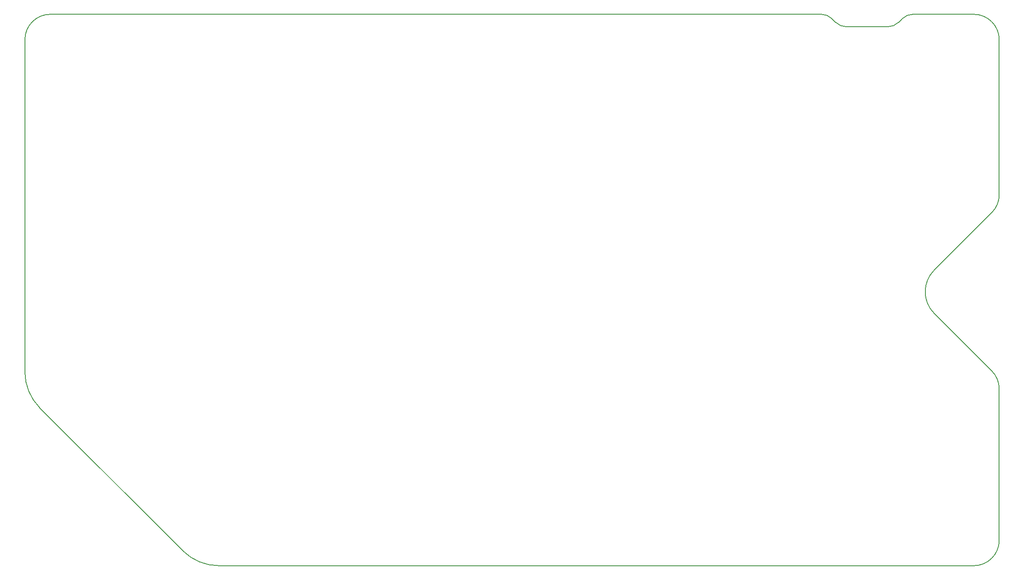
<source format=gm1>
%TF.GenerationSoftware,KiCad,Pcbnew,(5.1.10-1-10_14)*%
%TF.CreationDate,2021-11-02T16:22:22+01:00*%
%TF.ProjectId,blastpad,626c6173-7470-4616-942e-6b696361645f,rev?*%
%TF.SameCoordinates,Original*%
%TF.FileFunction,Profile,NP*%
%FSLAX46Y46*%
G04 Gerber Fmt 4.6, Leading zero omitted, Abs format (unit mm)*
G04 Created by KiCad (PCBNEW (5.1.10-1-10_14)) date 2021-11-02 16:22:22*
%MOMM*%
%LPD*%
G01*
G04 APERTURE LIST*
%TA.AperFunction,Profile*%
%ADD10C,0.200000*%
%TD*%
G04 APERTURE END LIST*
D10*
X325400000Y-28500000D02*
X325400000Y-93857865D01*
X325399999Y-28500000D02*
G75*
G02*
X330400000Y-23499999I5000001J0D01*
G01*
X515583219Y-93672318D02*
G75*
G02*
X517047844Y-97207648I-3535375J-3535692D01*
G01*
X517049999Y-127000001D02*
X517047844Y-97207648D01*
X328328932Y-100928933D02*
G75*
G02*
X325400000Y-93857865I7071068J7071068D01*
G01*
X363542134Y-132000001D02*
G75*
G02*
X356471067Y-129071068I1J10000000D01*
G01*
X504250792Y-82340907D02*
G75*
G02*
X504251942Y-73855628I4243217J4242065D01*
G01*
X515583219Y-93672317D02*
X504250792Y-82340906D01*
X484881419Y-25071820D02*
X484188278Y-24378679D01*
X487002739Y-25950500D02*
G75*
G02*
X484881419Y-25071820I0J3000000D01*
G01*
X495137460Y-25950500D02*
X487002739Y-25950500D01*
X497258780Y-25071820D02*
G75*
G02*
X495137460Y-25950500I-2121320J2121320D01*
G01*
X497951921Y-24378679D02*
X497258780Y-25071820D01*
X497951921Y-24378680D02*
G75*
G02*
X500073241Y-23500000I2121320J-2121320D01*
G01*
X512049999Y-23500000D02*
X500073241Y-23500000D01*
X512049999Y-23500000D02*
G75*
G02*
X517049999Y-28500000I0J-5000000D01*
G01*
X482066957Y-23500000D02*
G75*
G02*
X484188278Y-24378679I1J-3000000D01*
G01*
X482066958Y-23500000D02*
X330400000Y-23500000D01*
X328328932Y-100928933D02*
X356471067Y-129071068D01*
X517049999Y-127000001D02*
G75*
G02*
X512049999Y-132000001I-5000000J0D01*
G01*
X363542135Y-132000001D02*
X512049999Y-132000001D01*
X517050000Y-58989568D02*
X517049999Y-28499999D01*
X517050000Y-58989568D02*
G75*
G02*
X515585056Y-62525581I-5000001J-1D01*
G01*
X504251942Y-73855628D02*
X515585056Y-62525581D01*
M02*

</source>
